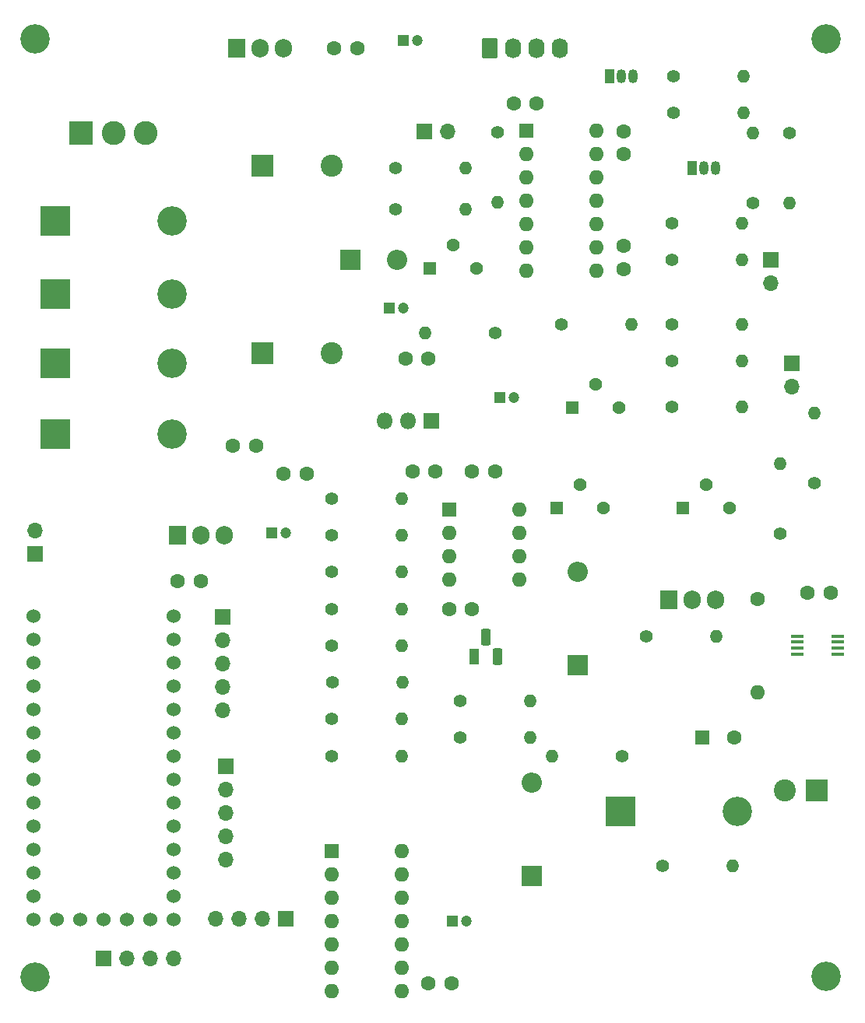
<source format=gbr>
%TF.GenerationSoftware,KiCad,Pcbnew,7.0.8*%
%TF.CreationDate,2023-12-27T07:41:49-05:00*%
%TF.ProjectId,Lab Supply,4c616220-5375-4707-906c-792e6b696361,rev?*%
%TF.SameCoordinates,Original*%
%TF.FileFunction,Soldermask,Top*%
%TF.FilePolarity,Negative*%
%FSLAX46Y46*%
G04 Gerber Fmt 4.6, Leading zero omitted, Abs format (unit mm)*
G04 Created by KiCad (PCBNEW 7.0.8) date 2023-12-27 07:41:49*
%MOMM*%
%LPD*%
G01*
G04 APERTURE LIST*
G04 Aperture macros list*
%AMRoundRect*
0 Rectangle with rounded corners*
0 $1 Rounding radius*
0 $2 $3 $4 $5 $6 $7 $8 $9 X,Y pos of 4 corners*
0 Add a 4 corners polygon primitive as box body*
4,1,4,$2,$3,$4,$5,$6,$7,$8,$9,$2,$3,0*
0 Add four circle primitives for the rounded corners*
1,1,$1+$1,$2,$3*
1,1,$1+$1,$4,$5*
1,1,$1+$1,$6,$7*
1,1,$1+$1,$8,$9*
0 Add four rect primitives between the rounded corners*
20,1,$1+$1,$2,$3,$4,$5,0*
20,1,$1+$1,$4,$5,$6,$7,0*
20,1,$1+$1,$6,$7,$8,$9,0*
20,1,$1+$1,$8,$9,$2,$3,0*%
G04 Aperture macros list end*
%ADD10C,1.600000*%
%ADD11O,1.600000X1.600000*%
%ADD12C,1.400000*%
%ADD13O,1.400000X1.400000*%
%ADD14R,1.050000X1.500000*%
%ADD15O,1.050000X1.500000*%
%ADD16R,1.700000X1.700000*%
%ADD17O,1.700000X1.700000*%
%ADD18R,3.200000X3.200000*%
%ADD19O,3.200000X3.200000*%
%ADD20R,1.905000X2.000000*%
%ADD21O,1.905000X2.000000*%
%ADD22R,1.200000X1.200000*%
%ADD23C,1.200000*%
%ADD24R,1.600000X1.600000*%
%ADD25RoundRect,0.102000X-0.611000X-0.611000X0.611000X-0.611000X0.611000X0.611000X-0.611000X0.611000X0*%
%ADD26C,1.426000*%
%ADD27R,2.200000X2.200000*%
%ADD28O,2.200000X2.200000*%
%ADD29C,3.200000*%
%ADD30R,2.600000X2.600000*%
%ADD31C,2.600000*%
%ADD32C,1.524000*%
%ADD33R,1.800000X1.800000*%
%ADD34O,1.800000X1.800000*%
%ADD35R,1.100000X1.800000*%
%ADD36RoundRect,0.275000X-0.275000X-0.625000X0.275000X-0.625000X0.275000X0.625000X-0.275000X0.625000X0*%
%ADD37R,2.400000X2.400000*%
%ADD38C,2.400000*%
%ADD39R,1.450000X0.450000*%
%ADD40RoundRect,0.250000X-0.620000X-0.845000X0.620000X-0.845000X0.620000X0.845000X-0.620000X0.845000X0*%
%ADD41O,1.740000X2.190000*%
G04 APERTURE END LIST*
D10*
%TO.C,R27*%
X130500000Y-98920000D03*
D11*
X130500000Y-109080000D03*
%TD*%
D12*
%TO.C,R29*%
X130000000Y-55810000D03*
D13*
X130000000Y-48190000D03*
%TD*%
D14*
%TO.C,Q2*%
X123460000Y-52000000D03*
D15*
X124730000Y-52000000D03*
X126000000Y-52000000D03*
%TD*%
D16*
%TO.C,D4*%
X134250000Y-73250000D03*
D17*
X134250000Y-75790000D03*
%TD*%
D18*
%TO.C,D5*%
X54150000Y-57750000D03*
D19*
X66850000Y-57750000D03*
%TD*%
D10*
%TO.C,C6*%
X93000000Y-85000000D03*
X95500000Y-85000000D03*
%TD*%
D12*
%TO.C,R30*%
X121190000Y-62000000D03*
D13*
X128810000Y-62000000D03*
%TD*%
D12*
%TO.C,R10*%
X102000000Y-70000000D03*
D13*
X94380000Y-70000000D03*
%TD*%
D20*
%TO.C,U5*%
X73920000Y-39000000D03*
D21*
X76460000Y-39000000D03*
X79000000Y-39000000D03*
%TD*%
D10*
%TO.C,C16*%
X94750000Y-140750000D03*
X97250000Y-140750000D03*
%TD*%
D14*
%TO.C,Q1*%
X114460000Y-42000000D03*
D15*
X115730000Y-42000000D03*
X117000000Y-42000000D03*
%TD*%
D12*
%TO.C,R2*%
X121200000Y-78000000D03*
D13*
X128820000Y-78000000D03*
%TD*%
D22*
%TO.C,C12*%
X92047349Y-38150000D03*
D23*
X93547349Y-38150000D03*
%TD*%
D24*
%TO.C,U1*%
X105380000Y-47920000D03*
D11*
X105380000Y-50460000D03*
X105380000Y-53000000D03*
X105380000Y-55540000D03*
X105380000Y-58080000D03*
X105380000Y-60620000D03*
X105380000Y-63160000D03*
X113000000Y-63160000D03*
X113000000Y-60620000D03*
X113000000Y-58080000D03*
X113000000Y-55540000D03*
X113000000Y-53000000D03*
X113000000Y-50460000D03*
X113000000Y-47920000D03*
%TD*%
D20*
%TO.C,Q3*%
X120920000Y-99000000D03*
D21*
X123460000Y-99000000D03*
X126000000Y-99000000D03*
%TD*%
D25*
%TO.C,RV2*%
X110410000Y-78075000D03*
D26*
X112950000Y-75535000D03*
X115490000Y-78075000D03*
%TD*%
D12*
%TO.C,R7*%
X136750000Y-86310000D03*
D13*
X136750000Y-78690000D03*
%TD*%
D10*
%TO.C,C2*%
X79000000Y-85250000D03*
X81500000Y-85250000D03*
%TD*%
D12*
%TO.C,R9*%
X98190000Y-114000000D03*
D13*
X105810000Y-114000000D03*
%TD*%
D27*
%TO.C,D1*%
X111000000Y-106080000D03*
D28*
X111000000Y-95920000D03*
%TD*%
D16*
%TO.C,H2*%
X72380000Y-100880000D03*
D17*
X72380000Y-103420000D03*
X72380000Y-105960000D03*
X72380000Y-108500000D03*
X72380000Y-111040000D03*
%TD*%
D16*
%TO.C,SW1*%
X132000000Y-62000000D03*
D17*
X132000000Y-64540000D03*
%TD*%
D16*
%TO.C,TH1*%
X52000000Y-94000000D03*
D17*
X52000000Y-91460000D03*
%TD*%
D10*
%TO.C,C21*%
X94750000Y-72750000D03*
X92250000Y-72750000D03*
%TD*%
D25*
%TO.C,RV6*%
X122395000Y-89000000D03*
D26*
X124935000Y-86460000D03*
X127475000Y-89000000D03*
%TD*%
D12*
%TO.C,R20*%
X84190000Y-92000000D03*
D13*
X91810000Y-92000000D03*
%TD*%
D10*
%TO.C,C5*%
X97000000Y-100000000D03*
X99500000Y-100000000D03*
%TD*%
D22*
%TO.C,C15*%
X97347349Y-134000000D03*
D23*
X98847349Y-134000000D03*
%TD*%
D12*
%TO.C,R6*%
X91190000Y-56500000D03*
D13*
X98810000Y-56500000D03*
%TD*%
D20*
%TO.C,U2*%
X67460000Y-91945000D03*
D21*
X70000000Y-91945000D03*
X72540000Y-91945000D03*
%TD*%
D12*
%TO.C,R1*%
X134000000Y-48190000D03*
D13*
X134000000Y-55810000D03*
%TD*%
D12*
%TO.C,R17*%
X121380000Y-42000000D03*
D13*
X129000000Y-42000000D03*
%TD*%
D27*
%TO.C,D2*%
X106000000Y-129080000D03*
D28*
X106000000Y-118920000D03*
%TD*%
D22*
%TO.C,C10*%
X102500000Y-77000000D03*
D23*
X104000000Y-77000000D03*
%TD*%
D12*
%TO.C,R21*%
X102225000Y-48165000D03*
D13*
X102225000Y-55785000D03*
%TD*%
D10*
%TO.C,C19*%
X104000000Y-45000000D03*
X106500000Y-45000000D03*
%TD*%
%TO.C,C17*%
X138500000Y-98250000D03*
X136000000Y-98250000D03*
%TD*%
%TO.C,C13*%
X116000000Y-60500000D03*
X116000000Y-63000000D03*
%TD*%
D12*
%TO.C,R25*%
X121380000Y-46000000D03*
D13*
X129000000Y-46000000D03*
%TD*%
D18*
%TO.C,D10*%
X115650000Y-122000000D03*
D19*
X128350000Y-122000000D03*
%TD*%
D24*
%TO.C,C18*%
X124500000Y-114000000D03*
D10*
X128000000Y-114000000D03*
%TD*%
D29*
%TO.C,REF\u002A\u002A*%
X138000000Y-140000000D03*
%TD*%
D12*
%TO.C,R26*%
X121190000Y-58000000D03*
D13*
X128810000Y-58000000D03*
%TD*%
D30*
%TO.C,J1*%
X57000000Y-48200000D03*
D31*
X60500000Y-48200000D03*
X64000000Y-48200000D03*
%TD*%
D29*
%TO.C,REF\u002A\u002A*%
X52000000Y-140100000D03*
%TD*%
%TO.C,REF\u002A\u002A*%
X52000000Y-38000000D03*
%TD*%
D32*
%TO.C,U6*%
X51760000Y-100760000D03*
X51760000Y-103300000D03*
X51760000Y-105840000D03*
X51760000Y-108380000D03*
X51760000Y-110920000D03*
X51760000Y-113460000D03*
X51760000Y-116000000D03*
X51760000Y-118540000D03*
X51760000Y-121080000D03*
X51760000Y-123620000D03*
X51760000Y-126160000D03*
X51760000Y-128700000D03*
X51760000Y-131240000D03*
X51760000Y-133780000D03*
X54300000Y-133780000D03*
X56840000Y-133780000D03*
X59380000Y-133780000D03*
X61920000Y-133780000D03*
X64460000Y-133780000D03*
X67000000Y-133780000D03*
X67000000Y-131240000D03*
X67000000Y-128700000D03*
X67000000Y-126160000D03*
X67000000Y-123620000D03*
X67000000Y-121080000D03*
X67000000Y-118540000D03*
X67000000Y-116000000D03*
X67000000Y-113460000D03*
X67000000Y-110920000D03*
X67000000Y-108380000D03*
X67000000Y-105840000D03*
X67000000Y-103300000D03*
X67000000Y-100760000D03*
%TD*%
D10*
%TO.C,C9*%
X99500000Y-85000000D03*
X102000000Y-85000000D03*
%TD*%
D12*
%TO.C,R18*%
X84190000Y-100000000D03*
D13*
X91810000Y-100000000D03*
%TD*%
D18*
%TO.C,D6*%
X54150000Y-65750000D03*
D19*
X66850000Y-65750000D03*
%TD*%
D16*
%TO.C,H1*%
X59380000Y-138000000D03*
D17*
X61920000Y-138000000D03*
X64460000Y-138000000D03*
X67000000Y-138000000D03*
%TD*%
D16*
%TO.C,H3*%
X72750000Y-117130000D03*
D17*
X72750000Y-119670000D03*
X72750000Y-122210000D03*
X72750000Y-124750000D03*
X72750000Y-127290000D03*
%TD*%
D12*
%TO.C,R13*%
X91190000Y-52000000D03*
D13*
X98810000Y-52000000D03*
%TD*%
D24*
%TO.C,U4*%
X97000000Y-89200000D03*
D11*
X97000000Y-91740000D03*
X97000000Y-94280000D03*
X97000000Y-96820000D03*
X104620000Y-96820000D03*
X104620000Y-94280000D03*
X104620000Y-91740000D03*
X104620000Y-89200000D03*
%TD*%
D12*
%TO.C,R3*%
X115810000Y-116000000D03*
D13*
X108190000Y-116000000D03*
%TD*%
D12*
%TO.C,R24*%
X121190000Y-69000000D03*
D13*
X128810000Y-69000000D03*
%TD*%
D12*
%TO.C,R14*%
X84290000Y-108000000D03*
D13*
X91910000Y-108000000D03*
%TD*%
D10*
%TO.C,C1*%
X73500000Y-82250000D03*
X76000000Y-82250000D03*
%TD*%
%TO.C,C7*%
X67500000Y-97000000D03*
X70000000Y-97000000D03*
%TD*%
D33*
%TO.C,Q4*%
X95040000Y-79500000D03*
D34*
X92500000Y-79500000D03*
X89960000Y-79500000D03*
%TD*%
D12*
%TO.C,R16*%
X84240000Y-112000000D03*
D13*
X91860000Y-112000000D03*
%TD*%
D18*
%TO.C,D7*%
X54150000Y-81000000D03*
D19*
X66850000Y-81000000D03*
%TD*%
D22*
%TO.C,C8*%
X77750000Y-91750000D03*
D23*
X79250000Y-91750000D03*
%TD*%
D16*
%TO.C,D9*%
X94304315Y-48000000D03*
D17*
X96844315Y-48000000D03*
%TD*%
D12*
%TO.C,R4*%
X109190000Y-69000000D03*
D13*
X116810000Y-69000000D03*
%TD*%
D10*
%TO.C,C14*%
X116000000Y-48000000D03*
X116000000Y-50500000D03*
%TD*%
D12*
%TO.C,R19*%
X84190000Y-96000000D03*
D13*
X91810000Y-96000000D03*
%TD*%
D18*
%TO.C,D8*%
X54150000Y-73250000D03*
D19*
X66850000Y-73250000D03*
%TD*%
D10*
%TO.C,C11*%
X84500000Y-39000000D03*
X87000000Y-39000000D03*
%TD*%
D12*
%TO.C,R28*%
X120190000Y-128000000D03*
D13*
X127810000Y-128000000D03*
%TD*%
D35*
%TO.C,U3*%
X99730000Y-105150000D03*
D36*
X101000000Y-103080000D03*
X102270000Y-105150000D03*
%TD*%
D16*
%TO.C,H4*%
X79250000Y-133750000D03*
D17*
X76710000Y-133750000D03*
X74170000Y-133750000D03*
X71630000Y-133750000D03*
%TD*%
D12*
%TO.C,R5*%
X84190000Y-88000000D03*
D13*
X91810000Y-88000000D03*
%TD*%
D37*
%TO.C,C4*%
X76700000Y-72200000D03*
D38*
X84200000Y-72200000D03*
%TD*%
D12*
%TO.C,R11*%
X84190000Y-104000000D03*
D13*
X91810000Y-104000000D03*
%TD*%
D27*
%TO.C,D3*%
X86242183Y-62000000D03*
D28*
X91322183Y-62000000D03*
%TD*%
D29*
%TO.C,*%
X138000000Y-38000000D03*
%TD*%
D12*
%TO.C,R12*%
X84190000Y-116000000D03*
D13*
X91810000Y-116000000D03*
%TD*%
D24*
%TO.C,U7*%
X84200000Y-126375000D03*
D11*
X84200000Y-128915000D03*
X84200000Y-131455000D03*
X84200000Y-133995000D03*
X84200000Y-136535000D03*
X84200000Y-139075000D03*
X84200000Y-141615000D03*
X91820000Y-141615000D03*
X91820000Y-139075000D03*
X91820000Y-136535000D03*
X91820000Y-133995000D03*
X91820000Y-131455000D03*
X91820000Y-128915000D03*
X91820000Y-126375000D03*
%TD*%
D12*
%TO.C,R15*%
X121190000Y-73000000D03*
D13*
X128810000Y-73000000D03*
%TD*%
D12*
%TO.C,R23*%
X118415000Y-102975000D03*
D13*
X126035000Y-102975000D03*
%TD*%
D12*
%TO.C,R8*%
X98190000Y-110000000D03*
D13*
X105810000Y-110000000D03*
%TD*%
D25*
%TO.C,RV1*%
X108710000Y-88975000D03*
D26*
X111250000Y-86435000D03*
X113790000Y-88975000D03*
%TD*%
D22*
%TO.C,C20*%
X90500000Y-67250000D03*
D23*
X92000000Y-67250000D03*
%TD*%
D37*
%TO.C,J4*%
X137000000Y-119750000D03*
D38*
X133500000Y-119750000D03*
%TD*%
D12*
%TO.C,R22*%
X133000000Y-91810000D03*
D13*
X133000000Y-84190000D03*
%TD*%
D25*
%TO.C,RV5*%
X94935000Y-62900000D03*
D26*
X97475000Y-60360000D03*
X100015000Y-62900000D03*
%TD*%
D37*
%TO.C,C3*%
X76700000Y-51800000D03*
D38*
X84200000Y-51800000D03*
%TD*%
D39*
%TO.C,U8*%
X134887500Y-102950000D03*
X134887500Y-103600000D03*
X134887500Y-104250000D03*
X134887500Y-104900000D03*
X139287500Y-104900000D03*
X139287500Y-104250000D03*
X139287500Y-103600000D03*
X139287500Y-102950000D03*
%TD*%
D40*
%TO.C,M1*%
X101380000Y-39000000D03*
D41*
X103920000Y-39000000D03*
X106460000Y-39000000D03*
X109000000Y-39000000D03*
%TD*%
M02*

</source>
